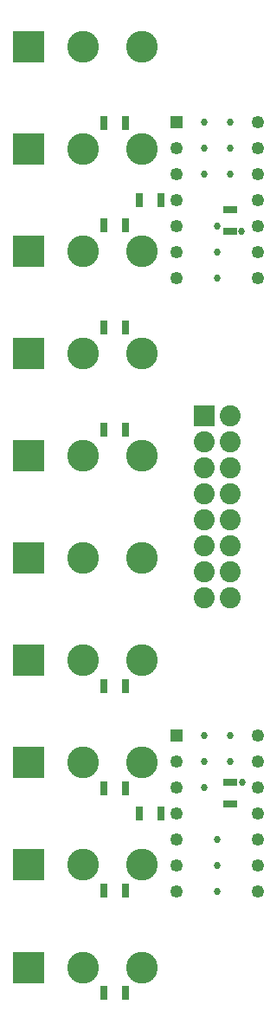
<source format=gbs>
%FSLAX33Y33*%
%MOMM*%
%AMRect-W3100000-H3100000-RO0.500*
21,1,3.1,3.1,0.,0.,270*%
%AMRect-W670710-H1320710-RO1.000*
21,1,0.67071,1.32071,0.,0.,180*%
%AMRect-W670710-H1320710-RO0.500*
21,1,0.67071,1.32071,0.,0.,270*%
%AMRect-W670710-H1320710-RO1.500*
21,1,0.67071,1.32071,0.,0.,90*%
%ADD10C,0.68834*%
%ADD11C,3.1*%
%ADD12Rect-W3100000-H3100000-RO0.500*%
%ADD13R,0.67071X1.32071*%
%ADD14R,1.25X1.25*%
%ADD15C,1.25*%
%ADD16Rect-W670710-H1320710-RO1.000*%
%ADD17Rect-W670710-H1320710-RO0.500*%
%ADD18Rect-W670710-H1320710-RO1.500*%
%ADD19R,2.049999X2.049999*%
%ADD20C,2.049999*%
D10*
%LNbottom solder mask_traces*%
G01*
X18730Y27620D03*
X22500Y23050D03*
X20000Y17460D03*
X21270Y85080D03*
X20000Y14920D03*
X20000Y77460D03*
X20000Y74920D03*
X18730Y85080D03*
X18730Y82540D03*
X21270Y82540D03*
X20000Y72380D03*
X21270Y87620D03*
X21270Y27620D03*
X22400Y76950D03*
X18730Y22540D03*
X20000Y12380D03*
X18730Y87620D03*
X18730Y25080D03*
X21270Y25080D03*
%LNbottom solder mask component 4c3a839cc4dba6ed*%
D11*
X6900Y5000D03*
X12700Y5000D03*
D12*
X1600Y5000D03*
%LNbottom solder mask component ba0877bb6bc26cf2*%
D11*
X6900Y35000D03*
X12700Y35000D03*
D12*
X1600Y35000D03*
%LNbottom solder mask component 9071adfbe8ae3b6c*%
D11*
X6900Y75000D03*
X12700Y75000D03*
D12*
X1600Y75000D03*
%LNbottom solder mask component d0f1cea9c40e7c44*%
D13*
X8950Y2500D03*
X11050Y2500D03*
%LNbottom solder mask component c93c00dc5441e820*%
D11*
X6900Y45000D03*
X12700Y45000D03*
D12*
X1600Y45000D03*
%LNbottom solder mask component 516a5c75c69ad2a6*%
D11*
X6900Y65000D03*
X12700Y65000D03*
D12*
X1600Y65000D03*
%LNbottom solder mask component 5a50b965c9c32fba*%
D14*
X16030Y87620D03*
D15*
X16030Y85080D03*
X16030Y82540D03*
X16030Y80000D03*
X16030Y77460D03*
X16030Y74920D03*
X16030Y72380D03*
X23970Y72380D03*
X23970Y74920D03*
X23970Y77460D03*
X23970Y80000D03*
X23970Y82540D03*
X23970Y85080D03*
X23970Y87620D03*
%LNbottom solder mask component eaed5f5deb5b3e1f*%
D16*
X14550Y20000D03*
X12450Y20000D03*
%LNbottom solder mask component 0fefc724005e8df5*%
D13*
X8950Y22500D03*
X11050Y22500D03*
%LNbottom solder mask component f1d5df593f81f1a4*%
X8950Y67500D03*
X11050Y67500D03*
%LNbottom solder mask component 6fcb7afaa1c59582*%
X8950Y32500D03*
X11050Y32500D03*
%LNbottom solder mask component ae39ba31ac976df4*%
D11*
X6900Y95000D03*
X12700Y95000D03*
D12*
X1600Y95000D03*
%LNbottom solder mask component 6faa5bf68e39bd57*%
D17*
X21300Y23050D03*
X21300Y20950D03*
%LNbottom solder mask component 5554f0675f3d2049*%
D13*
X8950Y12500D03*
X11050Y12500D03*
%LNbottom solder mask component 200ab983de98e639*%
D14*
X16030Y27620D03*
D15*
X16030Y25080D03*
X16030Y22540D03*
X16030Y20000D03*
X16030Y17460D03*
X16030Y14920D03*
X16030Y12380D03*
X23970Y12380D03*
X23970Y14920D03*
X23970Y17460D03*
X23970Y20000D03*
X23970Y22540D03*
X23970Y25080D03*
X23970Y27620D03*
%LNbottom solder mask component f4d1e5de21fa8109*%
D18*
X21300Y76950D03*
X21300Y79050D03*
%LNbottom solder mask component 2ec5409f7aeb9a08*%
D11*
X6900Y25000D03*
X12700Y25000D03*
D12*
X1600Y25000D03*
%LNbottom solder mask component 4ea57519bcb4f12c*%
D16*
X14550Y80000D03*
X12450Y80000D03*
%LNbottom solder mask component 11c41314eb843edd*%
D11*
X6900Y15000D03*
X12700Y15000D03*
D12*
X1600Y15000D03*
%LNbottom solder mask component b15d75c6ec27c82e*%
D13*
X8950Y57500D03*
X11050Y57500D03*
%LNbottom solder mask component 800e5b6bc9c18d00*%
X8950Y77500D03*
X11050Y77500D03*
%LNbottom solder mask component 92b6b987cdba25fc*%
X8950Y87500D03*
X11050Y87500D03*
%LNbottom solder mask component 987a67062850e8ba*%
D11*
X6900Y85000D03*
X12700Y85000D03*
D12*
X1600Y85000D03*
%LNbottom solder mask component 342f6c2ee5101998*%
D19*
X18730Y58890D03*
D20*
X18730Y56350D03*
X18730Y53810D03*
X18730Y51270D03*
X18730Y48730D03*
X18730Y46190D03*
X18730Y43650D03*
X18730Y41110D03*
X21270Y58890D03*
X21270Y56350D03*
X21270Y53810D03*
X21270Y51270D03*
X21270Y48730D03*
X21270Y46190D03*
X21270Y43650D03*
X21270Y41110D03*
%LNbottom solder mask component fe42edb4fd5de6d8*%
D11*
X6900Y55000D03*
X12700Y55000D03*
D12*
X1600Y55000D03*
M02*
</source>
